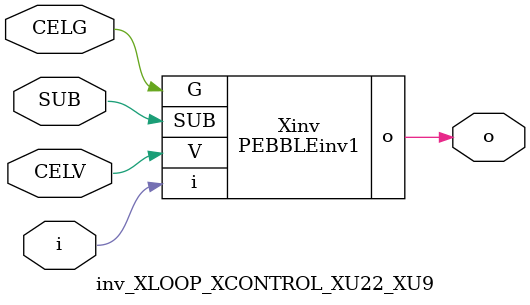
<source format=v>



module PEBBLEinv1 ( o, G, SUB, V, i );

  input V;
  input i;
  input G;
  output o;
  input SUB;
endmodule

//Celera Confidential Do Not Copy inv_XLOOP_XCONTROL_XU22_XU9
//Celera Confidential Symbol Generator
//5V Inverter
module inv_XLOOP_XCONTROL_XU22_XU9 (CELV,CELG,i,o,SUB);
input CELV;
input CELG;
input i;
input SUB;
output o;

//Celera Confidential Do Not Copy inv
PEBBLEinv1 Xinv(
.V (CELV),
.i (i),
.o (o),
.SUB (SUB),
.G (CELG)
);
//,diesize,PEBBLEinv1

//Celera Confidential Do Not Copy Module End
//Celera Schematic Generator
endmodule

</source>
